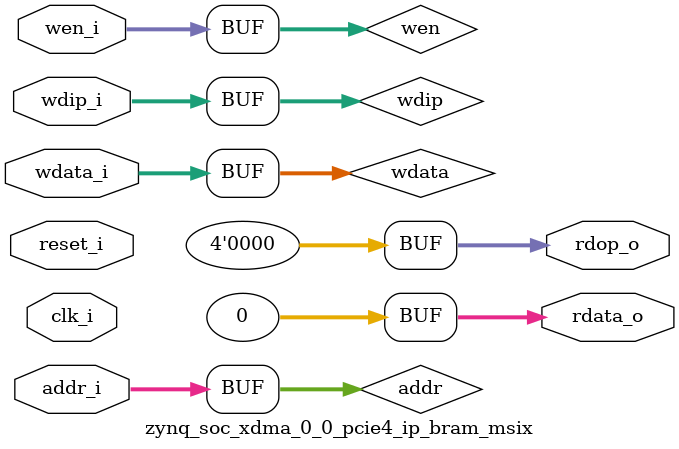
<source format=v>
`timescale 1ps/1ps

(* DowngradeIPIdentifiedWarnings = "yes" *)
module zynq_soc_xdma_0_0_pcie4_ip_bram_msix #(

  parameter           TCQ = 100
, parameter           TO_RAM_PIPELINE="FALSE"
, parameter           FROM_RAM_PIPELINE="FALSE"
, parameter           MSIX_CAP_TABLE_SIZE=11'h0
, parameter           MSIX_TABLE_RAM_ENABLE="FALSE"

  ) (

  input  wire         clk_i,
  input  wire         reset_i,

  input  wire  [12:0] addr_i,
  input  wire  [31:0] wdata_i,
  input  wire   [3:0] wdip_i,
  input  wire   [3:0] wen_i,
  output wire  [31:0] rdata_o,
  output wire   [3:0] rdop_o

  );

  // WIP : Use Total number of functions (PFs + VFs) to calculate the NUM_BRAM_4K
  localparam integer NUM_BRAM_4K = (MSIX_TABLE_RAM_ENABLE == "TRUE") ? 8 : 0 ;
 

  reg          [12:0] addr;
  reg          [12:0] addr_p0;
  reg          [12:0] addr_p1;
  reg          [31:0] wdata;
  reg           [3:0] wdip;
  reg           [3:0] wen;
  reg          [31:0] reg_rdata;
  reg           [3:0] reg_rdop;
  wire         [31:0] rdata;
  wire          [3:0] rdop;
  genvar              i;
  wire    [(8*4)-1:0] bram_4k_wen;
  wire   [(8*32)-1:0] rdata_t;
  wire    [(8*4)-1:0] rdop_t;

  //
  // Optional input pipe stages
  //
  generate

    if (TO_RAM_PIPELINE == "TRUE") begin : TORAMPIPELINE

      always @(posedge clk_i) begin
     
        if (reset_i) begin

          addr <= #(TCQ) 13'b0;
          wdata <= #(TCQ) 32'b0;
          wdip <= #(TCQ) 4'b0;
          wen <= #(TCQ) 4'b0;

        end else begin

          addr <= #(TCQ) addr_i;
          wdata <= #(TCQ) wdata_i;
          wdip <= #(TCQ) wdip_i;
          wen <= #(TCQ) wen_i;

        end

      end

    end else begin : NOTORAMPIPELINE

      always @(*) begin

          addr = addr_i;
          wdata = wdata_i;
          wdip = wdip_i;
          wen = wen_i;

      end


    end

  endgenerate

  // 
  // Address pipeline
  //
  always @(posedge clk_i) begin
     
    if (reset_i) begin

      addr_p0 <= #(TCQ) 13'b0;
      addr_p1 <= #(TCQ) 13'b0;

    end else begin

      addr_p0 <= #(TCQ) addr;
      addr_p1 <= #(TCQ) addr_p0;

    end

  end

  //
  // Optional output pipe stages
  //
  generate

    if (FROM_RAM_PIPELINE == "TRUE") begin : FRMRAMPIPELINE


      always @(posedge clk_i) begin
     
        if (reset_i) begin

          reg_rdata <= #(TCQ) 32'b0;
          reg_rdop <= #(TCQ) 4'b0;

        end else begin

          case (addr_p1[12:10]) 
            3'b000 : begin
              reg_rdata <= #(TCQ) rdata_t[(32*(0))+31:(32*(0))+0];
              reg_rdop <= #(TCQ) rdop_t[(4*(0))+3:(4*(0))+0];
            end
            3'b001 : begin
              reg_rdata <= #(TCQ) rdata_t[(32*(1))+31:(32*(1))+0];
              reg_rdop <= #(TCQ) rdop_t[(4*(1))+3:(4*(1))+0];
            end
            3'b010 : begin
              reg_rdata <= #(TCQ) rdata_t[(32*(2))+31:(32*(2))+0];
              reg_rdop <= #(TCQ) rdop_t[(4*(2))+3:(4*(2))+0];
            end
            3'b011 : begin
              reg_rdata <= #(TCQ) rdata_t[(32*(3))+31:(32*(3))+0];
              reg_rdop <= #(TCQ) rdop_t[(4*(3))+3:(4*(3))+0];
            end
            3'b100 : begin
              reg_rdata <= #(TCQ) rdata_t[(32*(4))+31:(32*(4))+0];
              reg_rdop <= #(TCQ) rdop_t[(4*(4))+3:(4*(4))+0];
            end
            3'b101 : begin
              reg_rdata <= #(TCQ) rdata_t[(32*(5))+31:(32*(5))+0];
              reg_rdop <= #(TCQ) rdop_t[(4*(5))+3:(4*(5))+0];
            end
            3'b110 : begin
              reg_rdata <= #(TCQ) rdata_t[(32*(6))+31:(32*(6))+0];
              reg_rdop <= #(TCQ) rdop_t[(4*(6))+3:(4*(6))+0];
            end
            3'b111 : begin
              reg_rdata <= #(TCQ) rdata_t[(32*(7))+31:(32*(7))+0];
              reg_rdop <= #(TCQ) rdop_t[(4*(7))+3:(4*(7))+0];
            end
          endcase

        end

      end

    end else begin : NOFRMRAMPIPELINE

      always @(*) begin

          case (addr_p1[12:10]) 
            3'b000 : begin
              reg_rdata <= #(TCQ) rdata_t[(32*(0))+31:(32*(0))+0];
              reg_rdop <= #(TCQ) rdop_t[(4*(0))+3:(4*(0))+0];
            end
            3'b001 : begin
              reg_rdata <= #(TCQ) rdata_t[(32*(1))+31:(32*(1))+0];
              reg_rdop <= #(TCQ) rdop_t[(4*(1))+3:(4*(1))+0];
            end
            3'b010 : begin
              reg_rdata <= #(TCQ) rdata_t[(32*(2))+31:(32*(2))+0];
              reg_rdop <= #(TCQ) rdop_t[(4*(2))+3:(4*(2))+0];
            end
            3'b011 : begin
              reg_rdata <= #(TCQ) rdata_t[(32*(3))+31:(32*(3))+0];
              reg_rdop <= #(TCQ) rdop_t[(4*(3))+3:(4*(3))+0];
            end
            3'b100 : begin
              reg_rdata <= #(TCQ) rdata_t[(32*(4))+31:(32*(4))+0];
              reg_rdop <= #(TCQ) rdop_t[(4*(4))+3:(4*(4))+0];
            end
            3'b101 : begin
              reg_rdata <= #(TCQ) rdata_t[(32*(5))+31:(32*(5))+0];
              reg_rdop <= #(TCQ) rdop_t[(4*(5))+3:(4*(5))+0];
            end
            3'b110 : begin
              reg_rdata <= #(TCQ) rdata_t[(32*(6))+31:(32*(6))+0];
              reg_rdop <= #(TCQ) rdop_t[(4*(6))+3:(4*(6))+0];
            end
            3'b111 : begin
              reg_rdata <= #(TCQ) rdata_t[(32*(7))+31:(32*(7))+0];
              reg_rdop <= #(TCQ) rdop_t[(4*(7))+3:(4*(7))+0];
            end
          endcase

      end

    end
  
  endgenerate

  assign rdata_o = (MSIX_TABLE_RAM_ENABLE == "TRUE") ?  reg_rdata : 32'h0;
  assign rdop_o = (MSIX_TABLE_RAM_ENABLE == "TRUE") ? reg_rdop : 4'h0;

  generate 
  
    for (i=0; i<NUM_BRAM_4K; i=i+1) begin : BRAM4K

      zynq_soc_xdma_0_0_pcie4_ip_bram_4k_int #(
          .TCQ(TCQ)
        )
        bram_4k_int (
    
          .clk_i (clk_i),
          .reset_i (reset_i),
    
          .addr_i(addr[9:0]),
          .wdata_i(wdata),
          .wdip_i(wdip),
          .wen_i(bram_4k_wen[(4*(i))+3:(4*(i))+0]),
          .rdata_o(rdata_t[(32*i)+31:(32*i)+0]),
          .rdop_o(rdop_t[(4*i)+3:(4*i)+0]),
          .baddr_i(10'b0),
          .brdata_o()

      );
      assign bram_4k_wen[(4*(i))+3:(4*(i))+0] = wen & {4{(i == addr[12:10])}};  
      
    end

  endgenerate

endmodule

</source>
